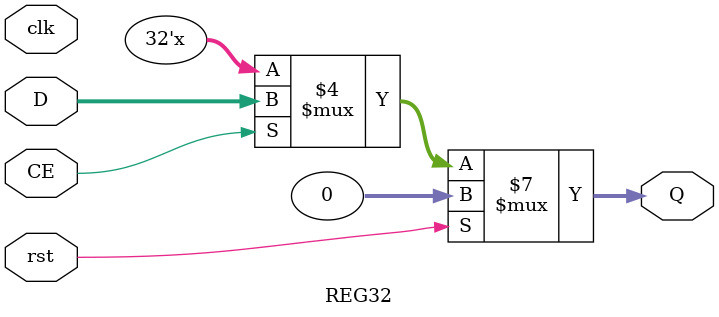
<source format=v>
`timescale 1ns / 1ps

module REG32(
    input wire clk,
    input wire rst,
    input wire CE,
    input wire[31:0] D,
    output reg[31:0] Q
);

always@*
begin
  if(rst == 1) Q <= 32'h0000_0000;
  else if(CE == 1) Q <= D;
end

endmodule

/*
    ÓÃÍ¾£ºPCÖ¸Õë¡¢Êý¾Ý¡¢µØÖ·»òÖ¸ÁîËø´æ
    ÔÚ¸´Î»ÐÅºÅrstÎª1Ê±£¬Êä³öQÖÃÎªÈ«0;
    ÔÚ¸´Î»ÐÅºÅrst²»Îª1£¬ÇÒÊ¹ÄÜÐÅºÅCEÎª1Ê±£¬Êä³öQµÈÓÚÊäÈëD;
*/
</source>
